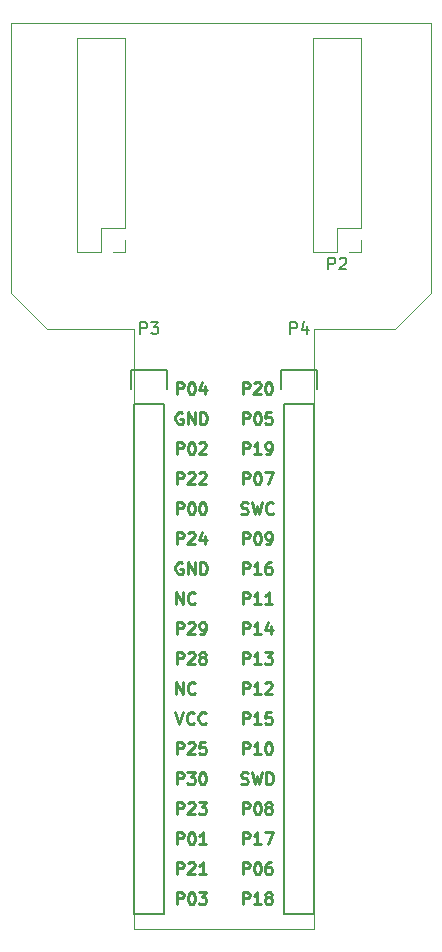
<source format=gto>
G04 #@! TF.FileFunction,Legend,Top*
%FSLAX46Y46*%
G04 Gerber Fmt 4.6, Leading zero omitted, Abs format (unit mm)*
G04 Created by KiCad (PCBNEW 4.0.2+dfsg1-stable) date Do 23 Aug 2018 15:09:30 CEST*
%MOMM*%
G01*
G04 APERTURE LIST*
%ADD10C,0.100000*%
%ADD11C,0.250000*%
%ADD12C,0.120000*%
%ADD13C,0.150000*%
G04 APERTURE END LIST*
D10*
X135636000Y-88392000D02*
X135636000Y-65532000D01*
X125730000Y-91440000D02*
X132588000Y-91440000D01*
X103124000Y-91440000D02*
X110490000Y-91440000D01*
X100076000Y-88392000D02*
X103124000Y-91440000D01*
X110490000Y-142240000D02*
X125730000Y-142240000D01*
X125730000Y-91440000D02*
X125730000Y-142240000D01*
X132588000Y-91440000D02*
X135636000Y-88392000D01*
X110490000Y-91440000D02*
X110490000Y-142240000D01*
X100076000Y-65532000D02*
X100076000Y-88392000D01*
X135636000Y-65532000D02*
X100076000Y-65532000D01*
D11*
X119689714Y-137612381D02*
X119689714Y-136612381D01*
X120070667Y-136612381D01*
X120165905Y-136660000D01*
X120213524Y-136707619D01*
X120261143Y-136802857D01*
X120261143Y-136945714D01*
X120213524Y-137040952D01*
X120165905Y-137088571D01*
X120070667Y-137136190D01*
X119689714Y-137136190D01*
X120880190Y-136612381D02*
X120975429Y-136612381D01*
X121070667Y-136660000D01*
X121118286Y-136707619D01*
X121165905Y-136802857D01*
X121213524Y-136993333D01*
X121213524Y-137231429D01*
X121165905Y-137421905D01*
X121118286Y-137517143D01*
X121070667Y-137564762D01*
X120975429Y-137612381D01*
X120880190Y-137612381D01*
X120784952Y-137564762D01*
X120737333Y-137517143D01*
X120689714Y-137421905D01*
X120642095Y-137231429D01*
X120642095Y-136993333D01*
X120689714Y-136802857D01*
X120737333Y-136707619D01*
X120784952Y-136660000D01*
X120880190Y-136612381D01*
X122070667Y-136612381D02*
X121880190Y-136612381D01*
X121784952Y-136660000D01*
X121737333Y-136707619D01*
X121642095Y-136850476D01*
X121594476Y-137040952D01*
X121594476Y-137421905D01*
X121642095Y-137517143D01*
X121689714Y-137564762D01*
X121784952Y-137612381D01*
X121975429Y-137612381D01*
X122070667Y-137564762D01*
X122118286Y-137517143D01*
X122165905Y-137421905D01*
X122165905Y-137183810D01*
X122118286Y-137088571D01*
X122070667Y-137040952D01*
X121975429Y-136993333D01*
X121784952Y-136993333D01*
X121689714Y-137040952D01*
X121642095Y-137088571D01*
X121594476Y-137183810D01*
X119689714Y-132532381D02*
X119689714Y-131532381D01*
X120070667Y-131532381D01*
X120165905Y-131580000D01*
X120213524Y-131627619D01*
X120261143Y-131722857D01*
X120261143Y-131865714D01*
X120213524Y-131960952D01*
X120165905Y-132008571D01*
X120070667Y-132056190D01*
X119689714Y-132056190D01*
X120880190Y-131532381D02*
X120975429Y-131532381D01*
X121070667Y-131580000D01*
X121118286Y-131627619D01*
X121165905Y-131722857D01*
X121213524Y-131913333D01*
X121213524Y-132151429D01*
X121165905Y-132341905D01*
X121118286Y-132437143D01*
X121070667Y-132484762D01*
X120975429Y-132532381D01*
X120880190Y-132532381D01*
X120784952Y-132484762D01*
X120737333Y-132437143D01*
X120689714Y-132341905D01*
X120642095Y-132151429D01*
X120642095Y-131913333D01*
X120689714Y-131722857D01*
X120737333Y-131627619D01*
X120784952Y-131580000D01*
X120880190Y-131532381D01*
X121784952Y-131960952D02*
X121689714Y-131913333D01*
X121642095Y-131865714D01*
X121594476Y-131770476D01*
X121594476Y-131722857D01*
X121642095Y-131627619D01*
X121689714Y-131580000D01*
X121784952Y-131532381D01*
X121975429Y-131532381D01*
X122070667Y-131580000D01*
X122118286Y-131627619D01*
X122165905Y-131722857D01*
X122165905Y-131770476D01*
X122118286Y-131865714D01*
X122070667Y-131913333D01*
X121975429Y-131960952D01*
X121784952Y-131960952D01*
X121689714Y-132008571D01*
X121642095Y-132056190D01*
X121594476Y-132151429D01*
X121594476Y-132341905D01*
X121642095Y-132437143D01*
X121689714Y-132484762D01*
X121784952Y-132532381D01*
X121975429Y-132532381D01*
X122070667Y-132484762D01*
X122118286Y-132437143D01*
X122165905Y-132341905D01*
X122165905Y-132151429D01*
X122118286Y-132056190D01*
X122070667Y-132008571D01*
X121975429Y-131960952D01*
X119689714Y-127452381D02*
X119689714Y-126452381D01*
X120070667Y-126452381D01*
X120165905Y-126500000D01*
X120213524Y-126547619D01*
X120261143Y-126642857D01*
X120261143Y-126785714D01*
X120213524Y-126880952D01*
X120165905Y-126928571D01*
X120070667Y-126976190D01*
X119689714Y-126976190D01*
X121213524Y-127452381D02*
X120642095Y-127452381D01*
X120927809Y-127452381D02*
X120927809Y-126452381D01*
X120832571Y-126595238D01*
X120737333Y-126690476D01*
X120642095Y-126738095D01*
X121832571Y-126452381D02*
X121927810Y-126452381D01*
X122023048Y-126500000D01*
X122070667Y-126547619D01*
X122118286Y-126642857D01*
X122165905Y-126833333D01*
X122165905Y-127071429D01*
X122118286Y-127261905D01*
X122070667Y-127357143D01*
X122023048Y-127404762D01*
X121927810Y-127452381D01*
X121832571Y-127452381D01*
X121737333Y-127404762D01*
X121689714Y-127357143D01*
X121642095Y-127261905D01*
X121594476Y-127071429D01*
X121594476Y-126833333D01*
X121642095Y-126642857D01*
X121689714Y-126547619D01*
X121737333Y-126500000D01*
X121832571Y-126452381D01*
X119689714Y-122372381D02*
X119689714Y-121372381D01*
X120070667Y-121372381D01*
X120165905Y-121420000D01*
X120213524Y-121467619D01*
X120261143Y-121562857D01*
X120261143Y-121705714D01*
X120213524Y-121800952D01*
X120165905Y-121848571D01*
X120070667Y-121896190D01*
X119689714Y-121896190D01*
X121213524Y-122372381D02*
X120642095Y-122372381D01*
X120927809Y-122372381D02*
X120927809Y-121372381D01*
X120832571Y-121515238D01*
X120737333Y-121610476D01*
X120642095Y-121658095D01*
X121594476Y-121467619D02*
X121642095Y-121420000D01*
X121737333Y-121372381D01*
X121975429Y-121372381D01*
X122070667Y-121420000D01*
X122118286Y-121467619D01*
X122165905Y-121562857D01*
X122165905Y-121658095D01*
X122118286Y-121800952D01*
X121546857Y-122372381D01*
X122165905Y-122372381D01*
X119689714Y-112212381D02*
X119689714Y-111212381D01*
X120070667Y-111212381D01*
X120165905Y-111260000D01*
X120213524Y-111307619D01*
X120261143Y-111402857D01*
X120261143Y-111545714D01*
X120213524Y-111640952D01*
X120165905Y-111688571D01*
X120070667Y-111736190D01*
X119689714Y-111736190D01*
X121213524Y-112212381D02*
X120642095Y-112212381D01*
X120927809Y-112212381D02*
X120927809Y-111212381D01*
X120832571Y-111355238D01*
X120737333Y-111450476D01*
X120642095Y-111498095D01*
X122070667Y-111212381D02*
X121880190Y-111212381D01*
X121784952Y-111260000D01*
X121737333Y-111307619D01*
X121642095Y-111450476D01*
X121594476Y-111640952D01*
X121594476Y-112021905D01*
X121642095Y-112117143D01*
X121689714Y-112164762D01*
X121784952Y-112212381D01*
X121975429Y-112212381D01*
X122070667Y-112164762D01*
X122118286Y-112117143D01*
X122165905Y-112021905D01*
X122165905Y-111783810D01*
X122118286Y-111688571D01*
X122070667Y-111640952D01*
X121975429Y-111593333D01*
X121784952Y-111593333D01*
X121689714Y-111640952D01*
X121642095Y-111688571D01*
X121594476Y-111783810D01*
X119546857Y-107084762D02*
X119689714Y-107132381D01*
X119927810Y-107132381D01*
X120023048Y-107084762D01*
X120070667Y-107037143D01*
X120118286Y-106941905D01*
X120118286Y-106846667D01*
X120070667Y-106751429D01*
X120023048Y-106703810D01*
X119927810Y-106656190D01*
X119737333Y-106608571D01*
X119642095Y-106560952D01*
X119594476Y-106513333D01*
X119546857Y-106418095D01*
X119546857Y-106322857D01*
X119594476Y-106227619D01*
X119642095Y-106180000D01*
X119737333Y-106132381D01*
X119975429Y-106132381D01*
X120118286Y-106180000D01*
X120451619Y-106132381D02*
X120689714Y-107132381D01*
X120880191Y-106418095D01*
X121070667Y-107132381D01*
X121308762Y-106132381D01*
X122261143Y-107037143D02*
X122213524Y-107084762D01*
X122070667Y-107132381D01*
X121975429Y-107132381D01*
X121832571Y-107084762D01*
X121737333Y-106989524D01*
X121689714Y-106894286D01*
X121642095Y-106703810D01*
X121642095Y-106560952D01*
X121689714Y-106370476D01*
X121737333Y-106275238D01*
X121832571Y-106180000D01*
X121975429Y-106132381D01*
X122070667Y-106132381D01*
X122213524Y-106180000D01*
X122261143Y-106227619D01*
X119689714Y-102052381D02*
X119689714Y-101052381D01*
X120070667Y-101052381D01*
X120165905Y-101100000D01*
X120213524Y-101147619D01*
X120261143Y-101242857D01*
X120261143Y-101385714D01*
X120213524Y-101480952D01*
X120165905Y-101528571D01*
X120070667Y-101576190D01*
X119689714Y-101576190D01*
X121213524Y-102052381D02*
X120642095Y-102052381D01*
X120927809Y-102052381D02*
X120927809Y-101052381D01*
X120832571Y-101195238D01*
X120737333Y-101290476D01*
X120642095Y-101338095D01*
X121689714Y-102052381D02*
X121880190Y-102052381D01*
X121975429Y-102004762D01*
X122023048Y-101957143D01*
X122118286Y-101814286D01*
X122165905Y-101623810D01*
X122165905Y-101242857D01*
X122118286Y-101147619D01*
X122070667Y-101100000D01*
X121975429Y-101052381D01*
X121784952Y-101052381D01*
X121689714Y-101100000D01*
X121642095Y-101147619D01*
X121594476Y-101242857D01*
X121594476Y-101480952D01*
X121642095Y-101576190D01*
X121689714Y-101623810D01*
X121784952Y-101671429D01*
X121975429Y-101671429D01*
X122070667Y-101623810D01*
X122118286Y-101576190D01*
X122165905Y-101480952D01*
X119689714Y-96972381D02*
X119689714Y-95972381D01*
X120070667Y-95972381D01*
X120165905Y-96020000D01*
X120213524Y-96067619D01*
X120261143Y-96162857D01*
X120261143Y-96305714D01*
X120213524Y-96400952D01*
X120165905Y-96448571D01*
X120070667Y-96496190D01*
X119689714Y-96496190D01*
X120642095Y-96067619D02*
X120689714Y-96020000D01*
X120784952Y-95972381D01*
X121023048Y-95972381D01*
X121118286Y-96020000D01*
X121165905Y-96067619D01*
X121213524Y-96162857D01*
X121213524Y-96258095D01*
X121165905Y-96400952D01*
X120594476Y-96972381D01*
X121213524Y-96972381D01*
X121832571Y-95972381D02*
X121927810Y-95972381D01*
X122023048Y-96020000D01*
X122070667Y-96067619D01*
X122118286Y-96162857D01*
X122165905Y-96353333D01*
X122165905Y-96591429D01*
X122118286Y-96781905D01*
X122070667Y-96877143D01*
X122023048Y-96924762D01*
X121927810Y-96972381D01*
X121832571Y-96972381D01*
X121737333Y-96924762D01*
X121689714Y-96877143D01*
X121642095Y-96781905D01*
X121594476Y-96591429D01*
X121594476Y-96353333D01*
X121642095Y-96162857D01*
X121689714Y-96067619D01*
X121737333Y-96020000D01*
X121832571Y-95972381D01*
X114022286Y-114752381D02*
X114022286Y-113752381D01*
X114593715Y-114752381D01*
X114593715Y-113752381D01*
X115641334Y-114657143D02*
X115593715Y-114704762D01*
X115450858Y-114752381D01*
X115355620Y-114752381D01*
X115212762Y-114704762D01*
X115117524Y-114609524D01*
X115069905Y-114514286D01*
X115022286Y-114323810D01*
X115022286Y-114180952D01*
X115069905Y-113990476D01*
X115117524Y-113895238D01*
X115212762Y-113800000D01*
X115355620Y-113752381D01*
X115450858Y-113752381D01*
X115593715Y-113800000D01*
X115641334Y-113847619D01*
X114554096Y-98560000D02*
X114458858Y-98512381D01*
X114316001Y-98512381D01*
X114173143Y-98560000D01*
X114077905Y-98655238D01*
X114030286Y-98750476D01*
X113982667Y-98940952D01*
X113982667Y-99083810D01*
X114030286Y-99274286D01*
X114077905Y-99369524D01*
X114173143Y-99464762D01*
X114316001Y-99512381D01*
X114411239Y-99512381D01*
X114554096Y-99464762D01*
X114601715Y-99417143D01*
X114601715Y-99083810D01*
X114411239Y-99083810D01*
X115030286Y-99512381D02*
X115030286Y-98512381D01*
X115601715Y-99512381D01*
X115601715Y-98512381D01*
X116077905Y-99512381D02*
X116077905Y-98512381D01*
X116316000Y-98512381D01*
X116458858Y-98560000D01*
X116554096Y-98655238D01*
X116601715Y-98750476D01*
X116649334Y-98940952D01*
X116649334Y-99083810D01*
X116601715Y-99274286D01*
X116554096Y-99369524D01*
X116458858Y-99464762D01*
X116316000Y-99512381D01*
X116077905Y-99512381D01*
X114101714Y-104592381D02*
X114101714Y-103592381D01*
X114482667Y-103592381D01*
X114577905Y-103640000D01*
X114625524Y-103687619D01*
X114673143Y-103782857D01*
X114673143Y-103925714D01*
X114625524Y-104020952D01*
X114577905Y-104068571D01*
X114482667Y-104116190D01*
X114101714Y-104116190D01*
X115054095Y-103687619D02*
X115101714Y-103640000D01*
X115196952Y-103592381D01*
X115435048Y-103592381D01*
X115530286Y-103640000D01*
X115577905Y-103687619D01*
X115625524Y-103782857D01*
X115625524Y-103878095D01*
X115577905Y-104020952D01*
X115006476Y-104592381D01*
X115625524Y-104592381D01*
X116006476Y-103687619D02*
X116054095Y-103640000D01*
X116149333Y-103592381D01*
X116387429Y-103592381D01*
X116482667Y-103640000D01*
X116530286Y-103687619D01*
X116577905Y-103782857D01*
X116577905Y-103878095D01*
X116530286Y-104020952D01*
X115958857Y-104592381D01*
X116577905Y-104592381D01*
X114101714Y-109672381D02*
X114101714Y-108672381D01*
X114482667Y-108672381D01*
X114577905Y-108720000D01*
X114625524Y-108767619D01*
X114673143Y-108862857D01*
X114673143Y-109005714D01*
X114625524Y-109100952D01*
X114577905Y-109148571D01*
X114482667Y-109196190D01*
X114101714Y-109196190D01*
X115054095Y-108767619D02*
X115101714Y-108720000D01*
X115196952Y-108672381D01*
X115435048Y-108672381D01*
X115530286Y-108720000D01*
X115577905Y-108767619D01*
X115625524Y-108862857D01*
X115625524Y-108958095D01*
X115577905Y-109100952D01*
X115006476Y-109672381D01*
X115625524Y-109672381D01*
X116482667Y-109005714D02*
X116482667Y-109672381D01*
X116244571Y-108624762D02*
X116006476Y-109339048D01*
X116625524Y-109339048D01*
X113982667Y-123912381D02*
X114316000Y-124912381D01*
X114649334Y-123912381D01*
X115554096Y-124817143D02*
X115506477Y-124864762D01*
X115363620Y-124912381D01*
X115268382Y-124912381D01*
X115125524Y-124864762D01*
X115030286Y-124769524D01*
X114982667Y-124674286D01*
X114935048Y-124483810D01*
X114935048Y-124340952D01*
X114982667Y-124150476D01*
X115030286Y-124055238D01*
X115125524Y-123960000D01*
X115268382Y-123912381D01*
X115363620Y-123912381D01*
X115506477Y-123960000D01*
X115554096Y-124007619D01*
X116554096Y-124817143D02*
X116506477Y-124864762D01*
X116363620Y-124912381D01*
X116268382Y-124912381D01*
X116125524Y-124864762D01*
X116030286Y-124769524D01*
X115982667Y-124674286D01*
X115935048Y-124483810D01*
X115935048Y-124340952D01*
X115982667Y-124150476D01*
X116030286Y-124055238D01*
X116125524Y-123960000D01*
X116268382Y-123912381D01*
X116363620Y-123912381D01*
X116506477Y-123960000D01*
X116554096Y-124007619D01*
X114101714Y-129992381D02*
X114101714Y-128992381D01*
X114482667Y-128992381D01*
X114577905Y-129040000D01*
X114625524Y-129087619D01*
X114673143Y-129182857D01*
X114673143Y-129325714D01*
X114625524Y-129420952D01*
X114577905Y-129468571D01*
X114482667Y-129516190D01*
X114101714Y-129516190D01*
X115006476Y-128992381D02*
X115625524Y-128992381D01*
X115292190Y-129373333D01*
X115435048Y-129373333D01*
X115530286Y-129420952D01*
X115577905Y-129468571D01*
X115625524Y-129563810D01*
X115625524Y-129801905D01*
X115577905Y-129897143D01*
X115530286Y-129944762D01*
X115435048Y-129992381D01*
X115149333Y-129992381D01*
X115054095Y-129944762D01*
X115006476Y-129897143D01*
X116244571Y-128992381D02*
X116339810Y-128992381D01*
X116435048Y-129040000D01*
X116482667Y-129087619D01*
X116530286Y-129182857D01*
X116577905Y-129373333D01*
X116577905Y-129611429D01*
X116530286Y-129801905D01*
X116482667Y-129897143D01*
X116435048Y-129944762D01*
X116339810Y-129992381D01*
X116244571Y-129992381D01*
X116149333Y-129944762D01*
X116101714Y-129897143D01*
X116054095Y-129801905D01*
X116006476Y-129611429D01*
X116006476Y-129373333D01*
X116054095Y-129182857D01*
X116101714Y-129087619D01*
X116149333Y-129040000D01*
X116244571Y-128992381D01*
X114101714Y-135072381D02*
X114101714Y-134072381D01*
X114482667Y-134072381D01*
X114577905Y-134120000D01*
X114625524Y-134167619D01*
X114673143Y-134262857D01*
X114673143Y-134405714D01*
X114625524Y-134500952D01*
X114577905Y-134548571D01*
X114482667Y-134596190D01*
X114101714Y-134596190D01*
X115292190Y-134072381D02*
X115387429Y-134072381D01*
X115482667Y-134120000D01*
X115530286Y-134167619D01*
X115577905Y-134262857D01*
X115625524Y-134453333D01*
X115625524Y-134691429D01*
X115577905Y-134881905D01*
X115530286Y-134977143D01*
X115482667Y-135024762D01*
X115387429Y-135072381D01*
X115292190Y-135072381D01*
X115196952Y-135024762D01*
X115149333Y-134977143D01*
X115101714Y-134881905D01*
X115054095Y-134691429D01*
X115054095Y-134453333D01*
X115101714Y-134262857D01*
X115149333Y-134167619D01*
X115196952Y-134120000D01*
X115292190Y-134072381D01*
X116577905Y-135072381D02*
X116006476Y-135072381D01*
X116292190Y-135072381D02*
X116292190Y-134072381D01*
X116196952Y-134215238D01*
X116101714Y-134310476D01*
X116006476Y-134358095D01*
X114101714Y-140152381D02*
X114101714Y-139152381D01*
X114482667Y-139152381D01*
X114577905Y-139200000D01*
X114625524Y-139247619D01*
X114673143Y-139342857D01*
X114673143Y-139485714D01*
X114625524Y-139580952D01*
X114577905Y-139628571D01*
X114482667Y-139676190D01*
X114101714Y-139676190D01*
X115292190Y-139152381D02*
X115387429Y-139152381D01*
X115482667Y-139200000D01*
X115530286Y-139247619D01*
X115577905Y-139342857D01*
X115625524Y-139533333D01*
X115625524Y-139771429D01*
X115577905Y-139961905D01*
X115530286Y-140057143D01*
X115482667Y-140104762D01*
X115387429Y-140152381D01*
X115292190Y-140152381D01*
X115196952Y-140104762D01*
X115149333Y-140057143D01*
X115101714Y-139961905D01*
X115054095Y-139771429D01*
X115054095Y-139533333D01*
X115101714Y-139342857D01*
X115149333Y-139247619D01*
X115196952Y-139200000D01*
X115292190Y-139152381D01*
X115958857Y-139152381D02*
X116577905Y-139152381D01*
X116244571Y-139533333D01*
X116387429Y-139533333D01*
X116482667Y-139580952D01*
X116530286Y-139628571D01*
X116577905Y-139723810D01*
X116577905Y-139961905D01*
X116530286Y-140057143D01*
X116482667Y-140104762D01*
X116387429Y-140152381D01*
X116101714Y-140152381D01*
X116006476Y-140104762D01*
X115958857Y-140057143D01*
X119689714Y-140152381D02*
X119689714Y-139152381D01*
X120070667Y-139152381D01*
X120165905Y-139200000D01*
X120213524Y-139247619D01*
X120261143Y-139342857D01*
X120261143Y-139485714D01*
X120213524Y-139580952D01*
X120165905Y-139628571D01*
X120070667Y-139676190D01*
X119689714Y-139676190D01*
X121213524Y-140152381D02*
X120642095Y-140152381D01*
X120927809Y-140152381D02*
X120927809Y-139152381D01*
X120832571Y-139295238D01*
X120737333Y-139390476D01*
X120642095Y-139438095D01*
X121784952Y-139580952D02*
X121689714Y-139533333D01*
X121642095Y-139485714D01*
X121594476Y-139390476D01*
X121594476Y-139342857D01*
X121642095Y-139247619D01*
X121689714Y-139200000D01*
X121784952Y-139152381D01*
X121975429Y-139152381D01*
X122070667Y-139200000D01*
X122118286Y-139247619D01*
X122165905Y-139342857D01*
X122165905Y-139390476D01*
X122118286Y-139485714D01*
X122070667Y-139533333D01*
X121975429Y-139580952D01*
X121784952Y-139580952D01*
X121689714Y-139628571D01*
X121642095Y-139676190D01*
X121594476Y-139771429D01*
X121594476Y-139961905D01*
X121642095Y-140057143D01*
X121689714Y-140104762D01*
X121784952Y-140152381D01*
X121975429Y-140152381D01*
X122070667Y-140104762D01*
X122118286Y-140057143D01*
X122165905Y-139961905D01*
X122165905Y-139771429D01*
X122118286Y-139676190D01*
X122070667Y-139628571D01*
X121975429Y-139580952D01*
X114101714Y-137612381D02*
X114101714Y-136612381D01*
X114482667Y-136612381D01*
X114577905Y-136660000D01*
X114625524Y-136707619D01*
X114673143Y-136802857D01*
X114673143Y-136945714D01*
X114625524Y-137040952D01*
X114577905Y-137088571D01*
X114482667Y-137136190D01*
X114101714Y-137136190D01*
X115054095Y-136707619D02*
X115101714Y-136660000D01*
X115196952Y-136612381D01*
X115435048Y-136612381D01*
X115530286Y-136660000D01*
X115577905Y-136707619D01*
X115625524Y-136802857D01*
X115625524Y-136898095D01*
X115577905Y-137040952D01*
X115006476Y-137612381D01*
X115625524Y-137612381D01*
X116577905Y-137612381D02*
X116006476Y-137612381D01*
X116292190Y-137612381D02*
X116292190Y-136612381D01*
X116196952Y-136755238D01*
X116101714Y-136850476D01*
X116006476Y-136898095D01*
X119689714Y-135072381D02*
X119689714Y-134072381D01*
X120070667Y-134072381D01*
X120165905Y-134120000D01*
X120213524Y-134167619D01*
X120261143Y-134262857D01*
X120261143Y-134405714D01*
X120213524Y-134500952D01*
X120165905Y-134548571D01*
X120070667Y-134596190D01*
X119689714Y-134596190D01*
X121213524Y-135072381D02*
X120642095Y-135072381D01*
X120927809Y-135072381D02*
X120927809Y-134072381D01*
X120832571Y-134215238D01*
X120737333Y-134310476D01*
X120642095Y-134358095D01*
X121546857Y-134072381D02*
X122213524Y-134072381D01*
X121784952Y-135072381D01*
X114101714Y-132532381D02*
X114101714Y-131532381D01*
X114482667Y-131532381D01*
X114577905Y-131580000D01*
X114625524Y-131627619D01*
X114673143Y-131722857D01*
X114673143Y-131865714D01*
X114625524Y-131960952D01*
X114577905Y-132008571D01*
X114482667Y-132056190D01*
X114101714Y-132056190D01*
X115054095Y-131627619D02*
X115101714Y-131580000D01*
X115196952Y-131532381D01*
X115435048Y-131532381D01*
X115530286Y-131580000D01*
X115577905Y-131627619D01*
X115625524Y-131722857D01*
X115625524Y-131818095D01*
X115577905Y-131960952D01*
X115006476Y-132532381D01*
X115625524Y-132532381D01*
X115958857Y-131532381D02*
X116577905Y-131532381D01*
X116244571Y-131913333D01*
X116387429Y-131913333D01*
X116482667Y-131960952D01*
X116530286Y-132008571D01*
X116577905Y-132103810D01*
X116577905Y-132341905D01*
X116530286Y-132437143D01*
X116482667Y-132484762D01*
X116387429Y-132532381D01*
X116101714Y-132532381D01*
X116006476Y-132484762D01*
X115958857Y-132437143D01*
X119546857Y-129944762D02*
X119689714Y-129992381D01*
X119927810Y-129992381D01*
X120023048Y-129944762D01*
X120070667Y-129897143D01*
X120118286Y-129801905D01*
X120118286Y-129706667D01*
X120070667Y-129611429D01*
X120023048Y-129563810D01*
X119927810Y-129516190D01*
X119737333Y-129468571D01*
X119642095Y-129420952D01*
X119594476Y-129373333D01*
X119546857Y-129278095D01*
X119546857Y-129182857D01*
X119594476Y-129087619D01*
X119642095Y-129040000D01*
X119737333Y-128992381D01*
X119975429Y-128992381D01*
X120118286Y-129040000D01*
X120451619Y-128992381D02*
X120689714Y-129992381D01*
X120880191Y-129278095D01*
X121070667Y-129992381D01*
X121308762Y-128992381D01*
X121689714Y-129992381D02*
X121689714Y-128992381D01*
X121927809Y-128992381D01*
X122070667Y-129040000D01*
X122165905Y-129135238D01*
X122213524Y-129230476D01*
X122261143Y-129420952D01*
X122261143Y-129563810D01*
X122213524Y-129754286D01*
X122165905Y-129849524D01*
X122070667Y-129944762D01*
X121927809Y-129992381D01*
X121689714Y-129992381D01*
X114101714Y-127452381D02*
X114101714Y-126452381D01*
X114482667Y-126452381D01*
X114577905Y-126500000D01*
X114625524Y-126547619D01*
X114673143Y-126642857D01*
X114673143Y-126785714D01*
X114625524Y-126880952D01*
X114577905Y-126928571D01*
X114482667Y-126976190D01*
X114101714Y-126976190D01*
X115054095Y-126547619D02*
X115101714Y-126500000D01*
X115196952Y-126452381D01*
X115435048Y-126452381D01*
X115530286Y-126500000D01*
X115577905Y-126547619D01*
X115625524Y-126642857D01*
X115625524Y-126738095D01*
X115577905Y-126880952D01*
X115006476Y-127452381D01*
X115625524Y-127452381D01*
X116530286Y-126452381D02*
X116054095Y-126452381D01*
X116006476Y-126928571D01*
X116054095Y-126880952D01*
X116149333Y-126833333D01*
X116387429Y-126833333D01*
X116482667Y-126880952D01*
X116530286Y-126928571D01*
X116577905Y-127023810D01*
X116577905Y-127261905D01*
X116530286Y-127357143D01*
X116482667Y-127404762D01*
X116387429Y-127452381D01*
X116149333Y-127452381D01*
X116054095Y-127404762D01*
X116006476Y-127357143D01*
X119689714Y-124912381D02*
X119689714Y-123912381D01*
X120070667Y-123912381D01*
X120165905Y-123960000D01*
X120213524Y-124007619D01*
X120261143Y-124102857D01*
X120261143Y-124245714D01*
X120213524Y-124340952D01*
X120165905Y-124388571D01*
X120070667Y-124436190D01*
X119689714Y-124436190D01*
X121213524Y-124912381D02*
X120642095Y-124912381D01*
X120927809Y-124912381D02*
X120927809Y-123912381D01*
X120832571Y-124055238D01*
X120737333Y-124150476D01*
X120642095Y-124198095D01*
X122118286Y-123912381D02*
X121642095Y-123912381D01*
X121594476Y-124388571D01*
X121642095Y-124340952D01*
X121737333Y-124293333D01*
X121975429Y-124293333D01*
X122070667Y-124340952D01*
X122118286Y-124388571D01*
X122165905Y-124483810D01*
X122165905Y-124721905D01*
X122118286Y-124817143D01*
X122070667Y-124864762D01*
X121975429Y-124912381D01*
X121737333Y-124912381D01*
X121642095Y-124864762D01*
X121594476Y-124817143D01*
X114022286Y-122372381D02*
X114022286Y-121372381D01*
X114593715Y-122372381D01*
X114593715Y-121372381D01*
X115641334Y-122277143D02*
X115593715Y-122324762D01*
X115450858Y-122372381D01*
X115355620Y-122372381D01*
X115212762Y-122324762D01*
X115117524Y-122229524D01*
X115069905Y-122134286D01*
X115022286Y-121943810D01*
X115022286Y-121800952D01*
X115069905Y-121610476D01*
X115117524Y-121515238D01*
X115212762Y-121420000D01*
X115355620Y-121372381D01*
X115450858Y-121372381D01*
X115593715Y-121420000D01*
X115641334Y-121467619D01*
X119689714Y-119832381D02*
X119689714Y-118832381D01*
X120070667Y-118832381D01*
X120165905Y-118880000D01*
X120213524Y-118927619D01*
X120261143Y-119022857D01*
X120261143Y-119165714D01*
X120213524Y-119260952D01*
X120165905Y-119308571D01*
X120070667Y-119356190D01*
X119689714Y-119356190D01*
X121213524Y-119832381D02*
X120642095Y-119832381D01*
X120927809Y-119832381D02*
X120927809Y-118832381D01*
X120832571Y-118975238D01*
X120737333Y-119070476D01*
X120642095Y-119118095D01*
X121546857Y-118832381D02*
X122165905Y-118832381D01*
X121832571Y-119213333D01*
X121975429Y-119213333D01*
X122070667Y-119260952D01*
X122118286Y-119308571D01*
X122165905Y-119403810D01*
X122165905Y-119641905D01*
X122118286Y-119737143D01*
X122070667Y-119784762D01*
X121975429Y-119832381D01*
X121689714Y-119832381D01*
X121594476Y-119784762D01*
X121546857Y-119737143D01*
X114101714Y-119832381D02*
X114101714Y-118832381D01*
X114482667Y-118832381D01*
X114577905Y-118880000D01*
X114625524Y-118927619D01*
X114673143Y-119022857D01*
X114673143Y-119165714D01*
X114625524Y-119260952D01*
X114577905Y-119308571D01*
X114482667Y-119356190D01*
X114101714Y-119356190D01*
X115054095Y-118927619D02*
X115101714Y-118880000D01*
X115196952Y-118832381D01*
X115435048Y-118832381D01*
X115530286Y-118880000D01*
X115577905Y-118927619D01*
X115625524Y-119022857D01*
X115625524Y-119118095D01*
X115577905Y-119260952D01*
X115006476Y-119832381D01*
X115625524Y-119832381D01*
X116196952Y-119260952D02*
X116101714Y-119213333D01*
X116054095Y-119165714D01*
X116006476Y-119070476D01*
X116006476Y-119022857D01*
X116054095Y-118927619D01*
X116101714Y-118880000D01*
X116196952Y-118832381D01*
X116387429Y-118832381D01*
X116482667Y-118880000D01*
X116530286Y-118927619D01*
X116577905Y-119022857D01*
X116577905Y-119070476D01*
X116530286Y-119165714D01*
X116482667Y-119213333D01*
X116387429Y-119260952D01*
X116196952Y-119260952D01*
X116101714Y-119308571D01*
X116054095Y-119356190D01*
X116006476Y-119451429D01*
X116006476Y-119641905D01*
X116054095Y-119737143D01*
X116101714Y-119784762D01*
X116196952Y-119832381D01*
X116387429Y-119832381D01*
X116482667Y-119784762D01*
X116530286Y-119737143D01*
X116577905Y-119641905D01*
X116577905Y-119451429D01*
X116530286Y-119356190D01*
X116482667Y-119308571D01*
X116387429Y-119260952D01*
X119689714Y-117292381D02*
X119689714Y-116292381D01*
X120070667Y-116292381D01*
X120165905Y-116340000D01*
X120213524Y-116387619D01*
X120261143Y-116482857D01*
X120261143Y-116625714D01*
X120213524Y-116720952D01*
X120165905Y-116768571D01*
X120070667Y-116816190D01*
X119689714Y-116816190D01*
X121213524Y-117292381D02*
X120642095Y-117292381D01*
X120927809Y-117292381D02*
X120927809Y-116292381D01*
X120832571Y-116435238D01*
X120737333Y-116530476D01*
X120642095Y-116578095D01*
X122070667Y-116625714D02*
X122070667Y-117292381D01*
X121832571Y-116244762D02*
X121594476Y-116959048D01*
X122213524Y-116959048D01*
X114101714Y-117292381D02*
X114101714Y-116292381D01*
X114482667Y-116292381D01*
X114577905Y-116340000D01*
X114625524Y-116387619D01*
X114673143Y-116482857D01*
X114673143Y-116625714D01*
X114625524Y-116720952D01*
X114577905Y-116768571D01*
X114482667Y-116816190D01*
X114101714Y-116816190D01*
X115054095Y-116387619D02*
X115101714Y-116340000D01*
X115196952Y-116292381D01*
X115435048Y-116292381D01*
X115530286Y-116340000D01*
X115577905Y-116387619D01*
X115625524Y-116482857D01*
X115625524Y-116578095D01*
X115577905Y-116720952D01*
X115006476Y-117292381D01*
X115625524Y-117292381D01*
X116101714Y-117292381D02*
X116292190Y-117292381D01*
X116387429Y-117244762D01*
X116435048Y-117197143D01*
X116530286Y-117054286D01*
X116577905Y-116863810D01*
X116577905Y-116482857D01*
X116530286Y-116387619D01*
X116482667Y-116340000D01*
X116387429Y-116292381D01*
X116196952Y-116292381D01*
X116101714Y-116340000D01*
X116054095Y-116387619D01*
X116006476Y-116482857D01*
X116006476Y-116720952D01*
X116054095Y-116816190D01*
X116101714Y-116863810D01*
X116196952Y-116911429D01*
X116387429Y-116911429D01*
X116482667Y-116863810D01*
X116530286Y-116816190D01*
X116577905Y-116720952D01*
X119689714Y-114752381D02*
X119689714Y-113752381D01*
X120070667Y-113752381D01*
X120165905Y-113800000D01*
X120213524Y-113847619D01*
X120261143Y-113942857D01*
X120261143Y-114085714D01*
X120213524Y-114180952D01*
X120165905Y-114228571D01*
X120070667Y-114276190D01*
X119689714Y-114276190D01*
X121213524Y-114752381D02*
X120642095Y-114752381D01*
X120927809Y-114752381D02*
X120927809Y-113752381D01*
X120832571Y-113895238D01*
X120737333Y-113990476D01*
X120642095Y-114038095D01*
X122165905Y-114752381D02*
X121594476Y-114752381D01*
X121880190Y-114752381D02*
X121880190Y-113752381D01*
X121784952Y-113895238D01*
X121689714Y-113990476D01*
X121594476Y-114038095D01*
X114554096Y-111260000D02*
X114458858Y-111212381D01*
X114316001Y-111212381D01*
X114173143Y-111260000D01*
X114077905Y-111355238D01*
X114030286Y-111450476D01*
X113982667Y-111640952D01*
X113982667Y-111783810D01*
X114030286Y-111974286D01*
X114077905Y-112069524D01*
X114173143Y-112164762D01*
X114316001Y-112212381D01*
X114411239Y-112212381D01*
X114554096Y-112164762D01*
X114601715Y-112117143D01*
X114601715Y-111783810D01*
X114411239Y-111783810D01*
X115030286Y-112212381D02*
X115030286Y-111212381D01*
X115601715Y-112212381D01*
X115601715Y-111212381D01*
X116077905Y-112212381D02*
X116077905Y-111212381D01*
X116316000Y-111212381D01*
X116458858Y-111260000D01*
X116554096Y-111355238D01*
X116601715Y-111450476D01*
X116649334Y-111640952D01*
X116649334Y-111783810D01*
X116601715Y-111974286D01*
X116554096Y-112069524D01*
X116458858Y-112164762D01*
X116316000Y-112212381D01*
X116077905Y-112212381D01*
X119689714Y-109672381D02*
X119689714Y-108672381D01*
X120070667Y-108672381D01*
X120165905Y-108720000D01*
X120213524Y-108767619D01*
X120261143Y-108862857D01*
X120261143Y-109005714D01*
X120213524Y-109100952D01*
X120165905Y-109148571D01*
X120070667Y-109196190D01*
X119689714Y-109196190D01*
X120880190Y-108672381D02*
X120975429Y-108672381D01*
X121070667Y-108720000D01*
X121118286Y-108767619D01*
X121165905Y-108862857D01*
X121213524Y-109053333D01*
X121213524Y-109291429D01*
X121165905Y-109481905D01*
X121118286Y-109577143D01*
X121070667Y-109624762D01*
X120975429Y-109672381D01*
X120880190Y-109672381D01*
X120784952Y-109624762D01*
X120737333Y-109577143D01*
X120689714Y-109481905D01*
X120642095Y-109291429D01*
X120642095Y-109053333D01*
X120689714Y-108862857D01*
X120737333Y-108767619D01*
X120784952Y-108720000D01*
X120880190Y-108672381D01*
X121689714Y-109672381D02*
X121880190Y-109672381D01*
X121975429Y-109624762D01*
X122023048Y-109577143D01*
X122118286Y-109434286D01*
X122165905Y-109243810D01*
X122165905Y-108862857D01*
X122118286Y-108767619D01*
X122070667Y-108720000D01*
X121975429Y-108672381D01*
X121784952Y-108672381D01*
X121689714Y-108720000D01*
X121642095Y-108767619D01*
X121594476Y-108862857D01*
X121594476Y-109100952D01*
X121642095Y-109196190D01*
X121689714Y-109243810D01*
X121784952Y-109291429D01*
X121975429Y-109291429D01*
X122070667Y-109243810D01*
X122118286Y-109196190D01*
X122165905Y-109100952D01*
X114101714Y-107132381D02*
X114101714Y-106132381D01*
X114482667Y-106132381D01*
X114577905Y-106180000D01*
X114625524Y-106227619D01*
X114673143Y-106322857D01*
X114673143Y-106465714D01*
X114625524Y-106560952D01*
X114577905Y-106608571D01*
X114482667Y-106656190D01*
X114101714Y-106656190D01*
X115292190Y-106132381D02*
X115387429Y-106132381D01*
X115482667Y-106180000D01*
X115530286Y-106227619D01*
X115577905Y-106322857D01*
X115625524Y-106513333D01*
X115625524Y-106751429D01*
X115577905Y-106941905D01*
X115530286Y-107037143D01*
X115482667Y-107084762D01*
X115387429Y-107132381D01*
X115292190Y-107132381D01*
X115196952Y-107084762D01*
X115149333Y-107037143D01*
X115101714Y-106941905D01*
X115054095Y-106751429D01*
X115054095Y-106513333D01*
X115101714Y-106322857D01*
X115149333Y-106227619D01*
X115196952Y-106180000D01*
X115292190Y-106132381D01*
X116244571Y-106132381D02*
X116339810Y-106132381D01*
X116435048Y-106180000D01*
X116482667Y-106227619D01*
X116530286Y-106322857D01*
X116577905Y-106513333D01*
X116577905Y-106751429D01*
X116530286Y-106941905D01*
X116482667Y-107037143D01*
X116435048Y-107084762D01*
X116339810Y-107132381D01*
X116244571Y-107132381D01*
X116149333Y-107084762D01*
X116101714Y-107037143D01*
X116054095Y-106941905D01*
X116006476Y-106751429D01*
X116006476Y-106513333D01*
X116054095Y-106322857D01*
X116101714Y-106227619D01*
X116149333Y-106180000D01*
X116244571Y-106132381D01*
X119689714Y-104592381D02*
X119689714Y-103592381D01*
X120070667Y-103592381D01*
X120165905Y-103640000D01*
X120213524Y-103687619D01*
X120261143Y-103782857D01*
X120261143Y-103925714D01*
X120213524Y-104020952D01*
X120165905Y-104068571D01*
X120070667Y-104116190D01*
X119689714Y-104116190D01*
X120880190Y-103592381D02*
X120975429Y-103592381D01*
X121070667Y-103640000D01*
X121118286Y-103687619D01*
X121165905Y-103782857D01*
X121213524Y-103973333D01*
X121213524Y-104211429D01*
X121165905Y-104401905D01*
X121118286Y-104497143D01*
X121070667Y-104544762D01*
X120975429Y-104592381D01*
X120880190Y-104592381D01*
X120784952Y-104544762D01*
X120737333Y-104497143D01*
X120689714Y-104401905D01*
X120642095Y-104211429D01*
X120642095Y-103973333D01*
X120689714Y-103782857D01*
X120737333Y-103687619D01*
X120784952Y-103640000D01*
X120880190Y-103592381D01*
X121546857Y-103592381D02*
X122213524Y-103592381D01*
X121784952Y-104592381D01*
X114101714Y-102052381D02*
X114101714Y-101052381D01*
X114482667Y-101052381D01*
X114577905Y-101100000D01*
X114625524Y-101147619D01*
X114673143Y-101242857D01*
X114673143Y-101385714D01*
X114625524Y-101480952D01*
X114577905Y-101528571D01*
X114482667Y-101576190D01*
X114101714Y-101576190D01*
X115292190Y-101052381D02*
X115387429Y-101052381D01*
X115482667Y-101100000D01*
X115530286Y-101147619D01*
X115577905Y-101242857D01*
X115625524Y-101433333D01*
X115625524Y-101671429D01*
X115577905Y-101861905D01*
X115530286Y-101957143D01*
X115482667Y-102004762D01*
X115387429Y-102052381D01*
X115292190Y-102052381D01*
X115196952Y-102004762D01*
X115149333Y-101957143D01*
X115101714Y-101861905D01*
X115054095Y-101671429D01*
X115054095Y-101433333D01*
X115101714Y-101242857D01*
X115149333Y-101147619D01*
X115196952Y-101100000D01*
X115292190Y-101052381D01*
X116006476Y-101147619D02*
X116054095Y-101100000D01*
X116149333Y-101052381D01*
X116387429Y-101052381D01*
X116482667Y-101100000D01*
X116530286Y-101147619D01*
X116577905Y-101242857D01*
X116577905Y-101338095D01*
X116530286Y-101480952D01*
X115958857Y-102052381D01*
X116577905Y-102052381D01*
X119689714Y-99512381D02*
X119689714Y-98512381D01*
X120070667Y-98512381D01*
X120165905Y-98560000D01*
X120213524Y-98607619D01*
X120261143Y-98702857D01*
X120261143Y-98845714D01*
X120213524Y-98940952D01*
X120165905Y-98988571D01*
X120070667Y-99036190D01*
X119689714Y-99036190D01*
X120880190Y-98512381D02*
X120975429Y-98512381D01*
X121070667Y-98560000D01*
X121118286Y-98607619D01*
X121165905Y-98702857D01*
X121213524Y-98893333D01*
X121213524Y-99131429D01*
X121165905Y-99321905D01*
X121118286Y-99417143D01*
X121070667Y-99464762D01*
X120975429Y-99512381D01*
X120880190Y-99512381D01*
X120784952Y-99464762D01*
X120737333Y-99417143D01*
X120689714Y-99321905D01*
X120642095Y-99131429D01*
X120642095Y-98893333D01*
X120689714Y-98702857D01*
X120737333Y-98607619D01*
X120784952Y-98560000D01*
X120880190Y-98512381D01*
X122118286Y-98512381D02*
X121642095Y-98512381D01*
X121594476Y-98988571D01*
X121642095Y-98940952D01*
X121737333Y-98893333D01*
X121975429Y-98893333D01*
X122070667Y-98940952D01*
X122118286Y-98988571D01*
X122165905Y-99083810D01*
X122165905Y-99321905D01*
X122118286Y-99417143D01*
X122070667Y-99464762D01*
X121975429Y-99512381D01*
X121737333Y-99512381D01*
X121642095Y-99464762D01*
X121594476Y-99417143D01*
X114101714Y-96972381D02*
X114101714Y-95972381D01*
X114482667Y-95972381D01*
X114577905Y-96020000D01*
X114625524Y-96067619D01*
X114673143Y-96162857D01*
X114673143Y-96305714D01*
X114625524Y-96400952D01*
X114577905Y-96448571D01*
X114482667Y-96496190D01*
X114101714Y-96496190D01*
X115292190Y-95972381D02*
X115387429Y-95972381D01*
X115482667Y-96020000D01*
X115530286Y-96067619D01*
X115577905Y-96162857D01*
X115625524Y-96353333D01*
X115625524Y-96591429D01*
X115577905Y-96781905D01*
X115530286Y-96877143D01*
X115482667Y-96924762D01*
X115387429Y-96972381D01*
X115292190Y-96972381D01*
X115196952Y-96924762D01*
X115149333Y-96877143D01*
X115101714Y-96781905D01*
X115054095Y-96591429D01*
X115054095Y-96353333D01*
X115101714Y-96162857D01*
X115149333Y-96067619D01*
X115196952Y-96020000D01*
X115292190Y-95972381D01*
X116482667Y-96305714D02*
X116482667Y-96972381D01*
X116244571Y-95924762D02*
X116006476Y-96639048D01*
X116625524Y-96639048D01*
D12*
X109740000Y-66840000D02*
X105620000Y-66840000D01*
X109740000Y-82900000D02*
X109740000Y-66840000D01*
X105620000Y-84960000D02*
X105620000Y-66840000D01*
X109740000Y-82900000D02*
X107680000Y-82900000D01*
X107680000Y-82900000D02*
X107680000Y-84960000D01*
X107680000Y-84960000D02*
X105620000Y-84960000D01*
X109740000Y-83900000D02*
X109740000Y-84960000D01*
X109740000Y-84960000D02*
X108680000Y-84960000D01*
X129740000Y-66840000D02*
X125620000Y-66840000D01*
X129740000Y-82900000D02*
X129740000Y-66840000D01*
X125620000Y-84960000D02*
X125620000Y-66840000D01*
X129740000Y-82900000D02*
X127680000Y-82900000D01*
X127680000Y-82900000D02*
X127680000Y-84960000D01*
X127680000Y-84960000D02*
X125620000Y-84960000D01*
X129740000Y-83900000D02*
X129740000Y-84960000D01*
X129740000Y-84960000D02*
X128680000Y-84960000D01*
D13*
X113030000Y-97790000D02*
X113030000Y-140970000D01*
X113030000Y-140970000D02*
X110490000Y-140970000D01*
X110490000Y-140970000D02*
X110490000Y-97790000D01*
X113310000Y-94970000D02*
X113310000Y-96520000D01*
X113030000Y-97790000D02*
X110490000Y-97790000D01*
X110210000Y-96520000D02*
X110210000Y-94970000D01*
X110210000Y-94970000D02*
X113310000Y-94970000D01*
X125730000Y-97790000D02*
X125730000Y-140970000D01*
X125730000Y-140970000D02*
X123190000Y-140970000D01*
X123190000Y-140970000D02*
X123190000Y-97790000D01*
X126010000Y-94970000D02*
X126010000Y-96520000D01*
X125730000Y-97790000D02*
X123190000Y-97790000D01*
X122910000Y-96520000D02*
X122910000Y-94970000D01*
X122910000Y-94970000D02*
X126010000Y-94970000D01*
X126941905Y-86412381D02*
X126941905Y-85412381D01*
X127322858Y-85412381D01*
X127418096Y-85460000D01*
X127465715Y-85507619D01*
X127513334Y-85602857D01*
X127513334Y-85745714D01*
X127465715Y-85840952D01*
X127418096Y-85888571D01*
X127322858Y-85936190D01*
X126941905Y-85936190D01*
X127894286Y-85507619D02*
X127941905Y-85460000D01*
X128037143Y-85412381D01*
X128275239Y-85412381D01*
X128370477Y-85460000D01*
X128418096Y-85507619D01*
X128465715Y-85602857D01*
X128465715Y-85698095D01*
X128418096Y-85840952D01*
X127846667Y-86412381D01*
X128465715Y-86412381D01*
X111021905Y-91872381D02*
X111021905Y-90872381D01*
X111402858Y-90872381D01*
X111498096Y-90920000D01*
X111545715Y-90967619D01*
X111593334Y-91062857D01*
X111593334Y-91205714D01*
X111545715Y-91300952D01*
X111498096Y-91348571D01*
X111402858Y-91396190D01*
X111021905Y-91396190D01*
X111926667Y-90872381D02*
X112545715Y-90872381D01*
X112212381Y-91253333D01*
X112355239Y-91253333D01*
X112450477Y-91300952D01*
X112498096Y-91348571D01*
X112545715Y-91443810D01*
X112545715Y-91681905D01*
X112498096Y-91777143D01*
X112450477Y-91824762D01*
X112355239Y-91872381D01*
X112069524Y-91872381D01*
X111974286Y-91824762D01*
X111926667Y-91777143D01*
X123721905Y-91872381D02*
X123721905Y-90872381D01*
X124102858Y-90872381D01*
X124198096Y-90920000D01*
X124245715Y-90967619D01*
X124293334Y-91062857D01*
X124293334Y-91205714D01*
X124245715Y-91300952D01*
X124198096Y-91348571D01*
X124102858Y-91396190D01*
X123721905Y-91396190D01*
X125150477Y-91205714D02*
X125150477Y-91872381D01*
X124912381Y-90824762D02*
X124674286Y-91539048D01*
X125293334Y-91539048D01*
M02*

</source>
